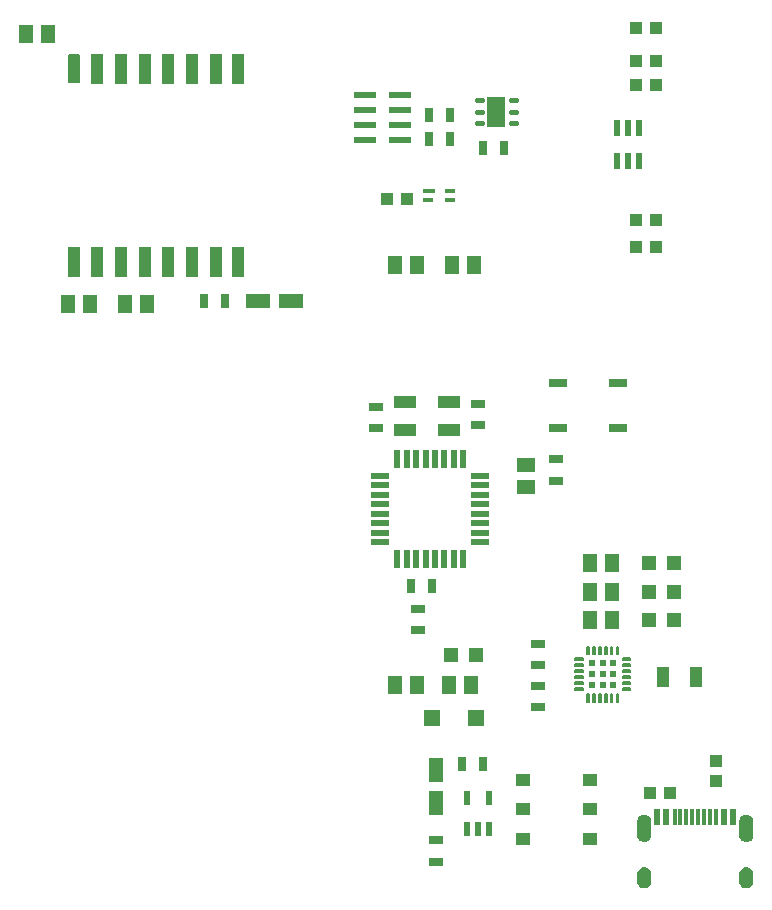
<source format=gbr>
G04 EAGLE Gerber RS-274X export*
G75*
%MOMM*%
%FSLAX34Y34*%
%LPD*%
%INSolderpaste Top*%
%IPPOS*%
%AMOC8*
5,1,8,0,0,1.08239X$1,22.5*%
G01*
%ADD10R,1.200000X1.200000*%
%ADD11R,1.300000X1.600000*%
%ADD12R,1.900000X1.100000*%
%ADD13R,1.600000X1.300000*%
%ADD14R,1.200000X0.800000*%
%ADD15R,1.524000X0.762000*%
%ADD16R,0.547100X1.503800*%
%ADD17R,1.503800X0.547100*%
%ADD18R,0.800000X1.200000*%
%ADD19R,1.000000X1.800000*%
%ADD20C,0.140000*%
%ADD21R,0.600000X0.600000*%
%ADD22R,1.400000X1.400000*%
%ADD23R,1.200000X2.000000*%
%ADD24R,1.000000X1.100000*%
%ADD25R,1.100000X1.000000*%
%ADD26R,0.300000X1.450000*%
%ADD27R,0.600000X1.450000*%
%ADD28R,0.550000X1.450000*%
%ADD29R,1.150000X1.000000*%
%ADD30R,0.550000X1.200000*%
%ADD31R,1.300000X1.500000*%
%ADD32C,0.170000*%
%ADD33R,1.000000X2.500000*%
%ADD34R,2.000000X1.200000*%
%ADD35R,0.550000X1.350000*%
%ADD36R,1.600000X2.500000*%
%ADD37C,0.450000*%
%ADD38R,1.900000X0.600000*%
%ADD39R,0.900000X0.350000*%
%ADD40R,1.000000X0.350000*%

G36*
X637066Y49741D02*
X637066Y49741D01*
X637072Y49747D01*
X637077Y49743D01*
X638307Y50108D01*
X638312Y50115D01*
X638317Y50113D01*
X639436Y50743D01*
X639439Y50750D01*
X639445Y50749D01*
X640395Y51612D01*
X640396Y51620D01*
X640402Y51620D01*
X641136Y52673D01*
X641136Y52681D01*
X641141Y52683D01*
X641623Y53873D01*
X641621Y53878D01*
X641625Y53881D01*
X641624Y53882D01*
X641626Y53883D01*
X641831Y55150D01*
X641828Y55155D01*
X641831Y55158D01*
X641831Y67158D01*
X641828Y67162D01*
X641831Y67165D01*
X641676Y68287D01*
X641671Y68292D01*
X641674Y68296D01*
X641303Y69367D01*
X641297Y69371D01*
X641299Y69376D01*
X640726Y70353D01*
X640720Y70356D01*
X640721Y70361D01*
X639968Y71208D01*
X639961Y71210D01*
X639961Y71215D01*
X639058Y71899D01*
X639051Y71899D01*
X639050Y71904D01*
X638031Y72399D01*
X638024Y72397D01*
X638022Y72402D01*
X636925Y72689D01*
X636919Y72686D01*
X636916Y72690D01*
X635785Y72757D01*
X635779Y72757D01*
X634648Y72690D01*
X634643Y72685D01*
X634639Y72689D01*
X633542Y72402D01*
X633538Y72396D01*
X633533Y72399D01*
X632514Y71904D01*
X632511Y71898D01*
X632506Y71899D01*
X631603Y71215D01*
X631601Y71208D01*
X631596Y71208D01*
X630843Y70361D01*
X630843Y70354D01*
X630838Y70353D01*
X630265Y69376D01*
X630266Y69373D01*
X630265Y69372D01*
X630266Y69371D01*
X630266Y69369D01*
X630261Y69367D01*
X629890Y68296D01*
X629892Y68291D01*
X629889Y68289D01*
X629889Y68288D01*
X629888Y68287D01*
X629733Y67165D01*
X629736Y67160D01*
X629733Y67158D01*
X629733Y55158D01*
X629736Y55153D01*
X629733Y55150D01*
X629938Y53883D01*
X629944Y53877D01*
X629941Y53873D01*
X630423Y52683D01*
X630430Y52679D01*
X630428Y52673D01*
X631162Y51620D01*
X631170Y51618D01*
X631169Y51612D01*
X632119Y50749D01*
X632128Y50748D01*
X632128Y50743D01*
X633247Y50113D01*
X633255Y50114D01*
X633257Y50108D01*
X634487Y49743D01*
X634495Y49746D01*
X634498Y49741D01*
X635779Y49659D01*
X635783Y49662D01*
X635785Y49659D01*
X637066Y49741D01*
G37*
G36*
X550666Y49741D02*
X550666Y49741D01*
X550672Y49747D01*
X550677Y49743D01*
X551907Y50108D01*
X551912Y50115D01*
X551917Y50113D01*
X553036Y50743D01*
X553039Y50750D01*
X553045Y50749D01*
X553995Y51612D01*
X553996Y51620D01*
X554002Y51620D01*
X554736Y52673D01*
X554736Y52681D01*
X554741Y52683D01*
X555223Y53873D01*
X555221Y53878D01*
X555225Y53881D01*
X555224Y53882D01*
X555226Y53883D01*
X555431Y55150D01*
X555428Y55155D01*
X555431Y55158D01*
X555431Y67158D01*
X555428Y67162D01*
X555431Y67165D01*
X555276Y68287D01*
X555271Y68292D01*
X555274Y68296D01*
X554903Y69367D01*
X554897Y69371D01*
X554899Y69376D01*
X554326Y70353D01*
X554320Y70356D01*
X554321Y70361D01*
X553568Y71208D01*
X553561Y71210D01*
X553561Y71215D01*
X552658Y71899D01*
X552651Y71899D01*
X552650Y71904D01*
X551631Y72399D01*
X551624Y72397D01*
X551622Y72402D01*
X550525Y72689D01*
X550519Y72686D01*
X550516Y72690D01*
X549385Y72757D01*
X549379Y72757D01*
X548248Y72690D01*
X548243Y72685D01*
X548239Y72689D01*
X547142Y72402D01*
X547138Y72396D01*
X547133Y72399D01*
X546114Y71904D01*
X546111Y71898D01*
X546106Y71899D01*
X545203Y71215D01*
X545201Y71208D01*
X545196Y71208D01*
X544443Y70361D01*
X544443Y70354D01*
X544438Y70353D01*
X543865Y69376D01*
X543866Y69373D01*
X543865Y69372D01*
X543866Y69371D01*
X543866Y69369D01*
X543861Y69367D01*
X543490Y68296D01*
X543492Y68291D01*
X543489Y68289D01*
X543489Y68288D01*
X543488Y68287D01*
X543333Y67165D01*
X543336Y67160D01*
X543333Y67158D01*
X543333Y55158D01*
X543336Y55153D01*
X543333Y55150D01*
X543538Y53883D01*
X543544Y53877D01*
X543541Y53873D01*
X544023Y52683D01*
X544030Y52679D01*
X544028Y52673D01*
X544762Y51620D01*
X544770Y51618D01*
X544769Y51612D01*
X545719Y50749D01*
X545728Y50748D01*
X545728Y50743D01*
X546847Y50113D01*
X546855Y50114D01*
X546857Y50108D01*
X548087Y49743D01*
X548095Y49746D01*
X548098Y49741D01*
X549379Y49659D01*
X549383Y49662D01*
X549385Y49659D01*
X550666Y49741D01*
G37*
G36*
X636953Y10469D02*
X636953Y10469D01*
X636958Y10474D01*
X636962Y10471D01*
X638085Y10806D01*
X638089Y10812D01*
X638093Y10810D01*
X639129Y11358D01*
X639132Y11364D01*
X639137Y11363D01*
X640045Y12102D01*
X640047Y12109D01*
X640052Y12109D01*
X640799Y13011D01*
X640799Y13019D01*
X640805Y13019D01*
X641361Y14050D01*
X641360Y14057D01*
X641365Y14059D01*
X641709Y15178D01*
X641707Y15185D01*
X641711Y15188D01*
X641831Y16353D01*
X641829Y16356D01*
X641831Y16358D01*
X641831Y22358D01*
X641829Y22361D01*
X641831Y22363D01*
X641720Y23539D01*
X641715Y23544D01*
X641718Y23548D01*
X641380Y24680D01*
X641374Y24684D01*
X641376Y24689D01*
X640824Y25733D01*
X640817Y25736D01*
X640819Y25741D01*
X640073Y26657D01*
X640066Y26658D01*
X640066Y26664D01*
X639157Y27417D01*
X639149Y27417D01*
X639149Y27422D01*
X638109Y27983D01*
X638102Y27982D01*
X638100Y27987D01*
X636971Y28334D01*
X636965Y28332D01*
X636962Y28336D01*
X635787Y28457D01*
X635780Y28453D01*
X635776Y28457D01*
X634436Y28300D01*
X634430Y28295D01*
X634425Y28298D01*
X633154Y27847D01*
X633149Y27840D01*
X633144Y27842D01*
X632005Y27120D01*
X632002Y27112D01*
X631996Y27113D01*
X631046Y26155D01*
X631045Y26147D01*
X631039Y26146D01*
X630326Y25001D01*
X630327Y24993D01*
X630321Y24991D01*
X629881Y23715D01*
X629883Y23708D01*
X629879Y23705D01*
X629733Y22363D01*
X629735Y22360D01*
X629733Y22358D01*
X629733Y16358D01*
X629735Y16355D01*
X629733Y16352D01*
X629888Y15023D01*
X629894Y15017D01*
X629891Y15013D01*
X630338Y13752D01*
X630345Y13747D01*
X630343Y13742D01*
X631060Y12612D01*
X631067Y12609D01*
X631066Y12603D01*
X632017Y11661D01*
X632025Y11660D01*
X632025Y11654D01*
X633161Y10947D01*
X633169Y10948D01*
X633171Y10942D01*
X634436Y10506D01*
X634441Y10507D01*
X634442Y10507D01*
X634445Y10507D01*
X634447Y10503D01*
X635777Y10359D01*
X635783Y10363D01*
X635787Y10359D01*
X636953Y10469D01*
G37*
G36*
X550553Y10469D02*
X550553Y10469D01*
X550558Y10474D01*
X550562Y10471D01*
X551685Y10806D01*
X551689Y10812D01*
X551693Y10810D01*
X552729Y11358D01*
X552732Y11364D01*
X552737Y11363D01*
X553645Y12102D01*
X553647Y12109D01*
X553652Y12109D01*
X554399Y13011D01*
X554399Y13019D01*
X554405Y13019D01*
X554961Y14050D01*
X554960Y14057D01*
X554965Y14059D01*
X555309Y15178D01*
X555307Y15185D01*
X555311Y15188D01*
X555431Y16353D01*
X555429Y16356D01*
X555431Y16358D01*
X555431Y22358D01*
X555429Y22361D01*
X555431Y22363D01*
X555320Y23539D01*
X555315Y23544D01*
X555318Y23548D01*
X554980Y24680D01*
X554974Y24684D01*
X554976Y24689D01*
X554424Y25733D01*
X554417Y25736D01*
X554419Y25741D01*
X553673Y26657D01*
X553666Y26658D01*
X553666Y26664D01*
X552757Y27417D01*
X552749Y27417D01*
X552749Y27422D01*
X551709Y27983D01*
X551702Y27982D01*
X551700Y27987D01*
X550571Y28334D01*
X550565Y28332D01*
X550562Y28336D01*
X549387Y28457D01*
X549380Y28453D01*
X549376Y28457D01*
X548036Y28300D01*
X548030Y28295D01*
X548025Y28298D01*
X546754Y27847D01*
X546749Y27840D01*
X546744Y27842D01*
X545605Y27120D01*
X545602Y27112D01*
X545596Y27113D01*
X544646Y26155D01*
X544645Y26147D01*
X544639Y26146D01*
X543926Y25001D01*
X543927Y24993D01*
X543921Y24991D01*
X543481Y23715D01*
X543483Y23708D01*
X543479Y23705D01*
X543333Y22363D01*
X543335Y22360D01*
X543333Y22358D01*
X543333Y16358D01*
X543335Y16355D01*
X543333Y16352D01*
X543488Y15023D01*
X543494Y15017D01*
X543491Y15013D01*
X543938Y13752D01*
X543945Y13747D01*
X543943Y13742D01*
X544660Y12612D01*
X544667Y12609D01*
X544666Y12603D01*
X545617Y11661D01*
X545625Y11660D01*
X545625Y11654D01*
X546761Y10947D01*
X546769Y10948D01*
X546771Y10942D01*
X548036Y10506D01*
X548041Y10507D01*
X548042Y10507D01*
X548045Y10507D01*
X548047Y10503D01*
X549377Y10359D01*
X549383Y10363D01*
X549387Y10359D01*
X550553Y10469D01*
G37*
D10*
X406740Y208280D03*
X385740Y208280D03*
D11*
X403200Y182880D03*
X384200Y182880D03*
D12*
X347260Y398710D03*
X384260Y421710D03*
X347260Y421710D03*
X384260Y398710D03*
D13*
X449580Y368910D03*
X449580Y349910D03*
D14*
X408940Y402480D03*
X408940Y420480D03*
X322580Y417940D03*
X322580Y399940D03*
D11*
X522580Y285750D03*
X503580Y285750D03*
D10*
X574380Y285750D03*
X553380Y285750D03*
D14*
X474980Y355490D03*
X474980Y373490D03*
D15*
X476250Y438150D03*
X527050Y438150D03*
X476250Y400050D03*
X527050Y400050D03*
D16*
X396300Y373820D03*
X388300Y373820D03*
X380300Y373820D03*
X372300Y373820D03*
X364300Y373820D03*
X356300Y373820D03*
X348300Y373820D03*
X340300Y373820D03*
D17*
X325950Y359470D03*
X325950Y351470D03*
X325950Y343470D03*
X325950Y335470D03*
X325950Y327470D03*
X325950Y319470D03*
X325950Y311470D03*
X325950Y303470D03*
D16*
X340300Y289120D03*
X348300Y289120D03*
X356300Y289120D03*
X364300Y289120D03*
X372300Y289120D03*
X380300Y289120D03*
X388300Y289120D03*
X396300Y289120D03*
D17*
X410650Y303470D03*
X410650Y311470D03*
X410650Y319470D03*
X410650Y327470D03*
X410650Y335470D03*
X410650Y343470D03*
X410650Y351470D03*
X410650Y359470D03*
D18*
X351680Y266700D03*
X369680Y266700D03*
D19*
X593120Y189230D03*
X565120Y189230D03*
D11*
X522580Y237490D03*
X503580Y237490D03*
X522580Y261620D03*
X503580Y261620D03*
D10*
X553380Y237490D03*
X574380Y237490D03*
X553380Y261620D03*
X574380Y261620D03*
D20*
X501150Y175070D02*
X501150Y168470D01*
X501150Y175070D02*
X502550Y175070D01*
X502550Y168470D01*
X501150Y168470D01*
X501150Y169800D02*
X502550Y169800D01*
X502550Y171130D02*
X501150Y171130D01*
X501150Y172460D02*
X502550Y172460D01*
X502550Y173790D02*
X501150Y173790D01*
X506150Y175070D02*
X506150Y168470D01*
X506150Y175070D02*
X507550Y175070D01*
X507550Y168470D01*
X506150Y168470D01*
X506150Y169800D02*
X507550Y169800D01*
X507550Y171130D02*
X506150Y171130D01*
X506150Y172460D02*
X507550Y172460D01*
X507550Y173790D02*
X506150Y173790D01*
X511150Y175070D02*
X511150Y168470D01*
X511150Y175070D02*
X512550Y175070D01*
X512550Y168470D01*
X511150Y168470D01*
X511150Y169800D02*
X512550Y169800D01*
X512550Y171130D02*
X511150Y171130D01*
X511150Y172460D02*
X512550Y172460D01*
X512550Y173790D02*
X511150Y173790D01*
X516150Y175070D02*
X516150Y168470D01*
X516150Y175070D02*
X517550Y175070D01*
X517550Y168470D01*
X516150Y168470D01*
X516150Y169800D02*
X517550Y169800D01*
X517550Y171130D02*
X516150Y171130D01*
X516150Y172460D02*
X517550Y172460D01*
X517550Y173790D02*
X516150Y173790D01*
X521150Y175070D02*
X521150Y168470D01*
X521150Y175070D02*
X522550Y175070D01*
X522550Y168470D01*
X521150Y168470D01*
X521150Y169800D02*
X522550Y169800D01*
X522550Y171130D02*
X521150Y171130D01*
X521150Y172460D02*
X522550Y172460D01*
X522550Y173790D02*
X521150Y173790D01*
X526150Y175070D02*
X526150Y168470D01*
X526150Y175070D02*
X527550Y175070D01*
X527550Y168470D01*
X526150Y168470D01*
X526150Y169800D02*
X527550Y169800D01*
X527550Y171130D02*
X526150Y171130D01*
X526150Y172460D02*
X527550Y172460D01*
X527550Y173790D02*
X526150Y173790D01*
X531050Y179970D02*
X537650Y179970D01*
X537650Y178570D01*
X531050Y178570D01*
X531050Y179970D01*
X531050Y179900D02*
X537650Y179900D01*
X537650Y184970D02*
X531050Y184970D01*
X537650Y184970D02*
X537650Y183570D01*
X531050Y183570D01*
X531050Y184970D01*
X531050Y184900D02*
X537650Y184900D01*
X537650Y189970D02*
X531050Y189970D01*
X537650Y189970D02*
X537650Y188570D01*
X531050Y188570D01*
X531050Y189970D01*
X531050Y189900D02*
X537650Y189900D01*
X537650Y194970D02*
X531050Y194970D01*
X537650Y194970D02*
X537650Y193570D01*
X531050Y193570D01*
X531050Y194970D01*
X531050Y194900D02*
X537650Y194900D01*
X537650Y199970D02*
X531050Y199970D01*
X537650Y199970D02*
X537650Y198570D01*
X531050Y198570D01*
X531050Y199970D01*
X531050Y199900D02*
X537650Y199900D01*
X537650Y204970D02*
X531050Y204970D01*
X537650Y204970D02*
X537650Y203570D01*
X531050Y203570D01*
X531050Y204970D01*
X531050Y204900D02*
X537650Y204900D01*
X527550Y208470D02*
X527550Y215070D01*
X527550Y208470D02*
X526150Y208470D01*
X526150Y215070D01*
X527550Y215070D01*
X527550Y209800D02*
X526150Y209800D01*
X526150Y211130D02*
X527550Y211130D01*
X527550Y212460D02*
X526150Y212460D01*
X526150Y213790D02*
X527550Y213790D01*
X522550Y215070D02*
X522550Y208470D01*
X521150Y208470D01*
X521150Y215070D01*
X522550Y215070D01*
X522550Y209800D02*
X521150Y209800D01*
X521150Y211130D02*
X522550Y211130D01*
X522550Y212460D02*
X521150Y212460D01*
X521150Y213790D02*
X522550Y213790D01*
X517550Y215070D02*
X517550Y208470D01*
X516150Y208470D01*
X516150Y215070D01*
X517550Y215070D01*
X517550Y209800D02*
X516150Y209800D01*
X516150Y211130D02*
X517550Y211130D01*
X517550Y212460D02*
X516150Y212460D01*
X516150Y213790D02*
X517550Y213790D01*
X512550Y215070D02*
X512550Y208470D01*
X511150Y208470D01*
X511150Y215070D01*
X512550Y215070D01*
X512550Y209800D02*
X511150Y209800D01*
X511150Y211130D02*
X512550Y211130D01*
X512550Y212460D02*
X511150Y212460D01*
X511150Y213790D02*
X512550Y213790D01*
X507550Y215070D02*
X507550Y208470D01*
X506150Y208470D01*
X506150Y215070D01*
X507550Y215070D01*
X507550Y209800D02*
X506150Y209800D01*
X506150Y211130D02*
X507550Y211130D01*
X507550Y212460D02*
X506150Y212460D01*
X506150Y213790D02*
X507550Y213790D01*
X502550Y215070D02*
X502550Y208470D01*
X501150Y208470D01*
X501150Y215070D01*
X502550Y215070D01*
X502550Y209800D02*
X501150Y209800D01*
X501150Y211130D02*
X502550Y211130D01*
X502550Y212460D02*
X501150Y212460D01*
X501150Y213790D02*
X502550Y213790D01*
X497650Y203570D02*
X491050Y203570D01*
X491050Y204970D01*
X497650Y204970D01*
X497650Y203570D01*
X497650Y204900D02*
X491050Y204900D01*
X491050Y198570D02*
X497650Y198570D01*
X491050Y198570D02*
X491050Y199970D01*
X497650Y199970D01*
X497650Y198570D01*
X497650Y199900D02*
X491050Y199900D01*
X491050Y193570D02*
X497650Y193570D01*
X491050Y193570D02*
X491050Y194970D01*
X497650Y194970D01*
X497650Y193570D01*
X497650Y194900D02*
X491050Y194900D01*
X491050Y188570D02*
X497650Y188570D01*
X491050Y188570D02*
X491050Y189970D01*
X497650Y189970D01*
X497650Y188570D01*
X497650Y189900D02*
X491050Y189900D01*
X491050Y183570D02*
X497650Y183570D01*
X491050Y183570D02*
X491050Y184970D01*
X497650Y184970D01*
X497650Y183570D01*
X497650Y184900D02*
X491050Y184900D01*
X491050Y178570D02*
X497650Y178570D01*
X491050Y178570D02*
X491050Y179970D01*
X497650Y179970D01*
X497650Y178570D01*
X497650Y179900D02*
X491050Y179900D01*
D21*
X523350Y182770D03*
X514350Y191770D03*
X514350Y182770D03*
X505350Y182770D03*
X505350Y200770D03*
X523350Y200770D03*
X514350Y200770D03*
X505350Y191770D03*
X523350Y191770D03*
D14*
X459740Y217280D03*
X459740Y199280D03*
X459740Y163720D03*
X459740Y181720D03*
D22*
X407120Y154940D03*
X370120Y154940D03*
D14*
X373380Y32910D03*
X373380Y50910D03*
D18*
X394860Y115570D03*
X412860Y115570D03*
D23*
X373380Y110520D03*
X373380Y82520D03*
D24*
X610108Y117974D03*
X610108Y100974D03*
D25*
X554110Y90932D03*
X571110Y90932D03*
D26*
X600082Y70358D03*
X595082Y70358D03*
D27*
X624832Y70358D03*
D28*
X617082Y70358D03*
D26*
X610082Y70358D03*
X605082Y70358D03*
X585082Y70358D03*
X590082Y70358D03*
D27*
X560332Y70358D03*
D28*
X568082Y70358D03*
D26*
X575082Y70358D03*
X580082Y70358D03*
D29*
X446730Y102470D03*
X446730Y77470D03*
X446730Y52470D03*
X503230Y102470D03*
X503230Y77470D03*
X503230Y52470D03*
D30*
X399440Y60659D03*
X408940Y60659D03*
X418440Y60659D03*
X418440Y86661D03*
X399440Y86661D03*
D31*
X338480Y182880D03*
X357480Y182880D03*
D14*
X357886Y228998D03*
X357886Y246998D03*
D32*
X70610Y692650D02*
X70610Y715950D01*
X70610Y692650D02*
X62310Y692650D01*
X62310Y715950D01*
X70610Y715950D01*
X70610Y694265D02*
X62310Y694265D01*
X62310Y695880D02*
X70610Y695880D01*
X70610Y697495D02*
X62310Y697495D01*
X62310Y699110D02*
X70610Y699110D01*
X70610Y700725D02*
X62310Y700725D01*
X62310Y702340D02*
X70610Y702340D01*
X70610Y703955D02*
X62310Y703955D01*
X62310Y705570D02*
X70610Y705570D01*
X70610Y707185D02*
X62310Y707185D01*
X62310Y708800D02*
X70610Y708800D01*
X70610Y710415D02*
X62310Y710415D01*
X62310Y712030D02*
X70610Y712030D01*
X70610Y713645D02*
X62310Y713645D01*
X62310Y715260D02*
X70610Y715260D01*
D33*
X86460Y704300D03*
X106460Y704300D03*
X126460Y704300D03*
X146460Y704300D03*
X166460Y704300D03*
X186460Y704300D03*
X66460Y540300D03*
X86460Y540300D03*
X106460Y540300D03*
X126460Y540300D03*
X146460Y540300D03*
X166460Y540300D03*
X186460Y540300D03*
X205510Y540300D03*
X205510Y704300D03*
D11*
X128880Y505460D03*
X109880Y505460D03*
D18*
X194420Y508000D03*
X176420Y508000D03*
D11*
X61620Y505460D03*
X80620Y505460D03*
D34*
X250220Y508000D03*
X222220Y508000D03*
D11*
X26060Y734060D03*
X45060Y734060D03*
D25*
X559680Y576580D03*
X542680Y576580D03*
X559680Y739140D03*
X542680Y739140D03*
X559680Y711200D03*
X542680Y711200D03*
D35*
X526440Y626329D03*
X535940Y626329D03*
X545440Y626329D03*
X545440Y653831D03*
X535940Y653831D03*
X526440Y653831D03*
D25*
X559680Y553720D03*
X542680Y553720D03*
X559680Y690880D03*
X542680Y690880D03*
D36*
X424180Y668020D03*
D37*
X411680Y678020D02*
X407680Y678020D01*
X407680Y668020D02*
X411680Y668020D01*
X411680Y658020D02*
X407680Y658020D01*
X436680Y658020D02*
X440680Y658020D01*
X440680Y668020D02*
X436680Y668020D01*
X436680Y678020D02*
X440680Y678020D01*
D18*
X430640Y637540D03*
X412640Y637540D03*
D11*
X357480Y538480D03*
X338480Y538480D03*
X386740Y538480D03*
X405740Y538480D03*
D38*
X342660Y644190D03*
X342660Y656690D03*
X342660Y669190D03*
X342660Y681690D03*
X312660Y681690D03*
X312660Y669190D03*
X312660Y656690D03*
X312660Y644190D03*
D18*
X366920Y665480D03*
X384920Y665480D03*
X366920Y645160D03*
X384920Y645160D03*
D39*
X385420Y593400D03*
X366420Y593400D03*
X385420Y600400D03*
D40*
X366920Y600400D03*
D25*
X348860Y594360D03*
X331860Y594360D03*
M02*

</source>
